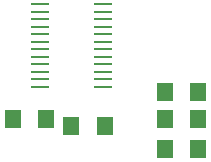
<source format=gbr>
G04 DipTrace 3.0.0.2*
G04 TopPaste.gbr*
%MOIN*%
G04 #@! TF.FileFunction,Paste,Top*
G04 #@! TF.Part,Single*
%ADD28R,0.062992X0.005906*%
%ADD30R,0.055118X0.062992*%
%FSLAX26Y26*%
G04*
G70*
G90*
G75*
G01*
G04 TopPaste*
%LPD*%
D30*
X670577Y712451D3*
X780814D3*
X864327Y687451D3*
X974563D3*
X1176820Y799953D3*
X1287056D3*
X1176820Y712451D3*
X1287056D3*
X1176820Y612450D3*
X1287056D3*
D28*
X758073Y1093701D3*
Y1068701D3*
Y1043701D3*
Y1018701D3*
Y993701D3*
Y968701D3*
Y943701D3*
Y918701D3*
Y893701D3*
Y868701D3*
Y843701D3*
Y818701D3*
X970680Y818681D3*
X970672Y843701D3*
Y868701D3*
Y893701D3*
Y918701D3*
Y943701D3*
Y968701D3*
Y993701D3*
Y1018701D3*
Y1043701D3*
Y1068701D3*
Y1093701D3*
M02*

</source>
